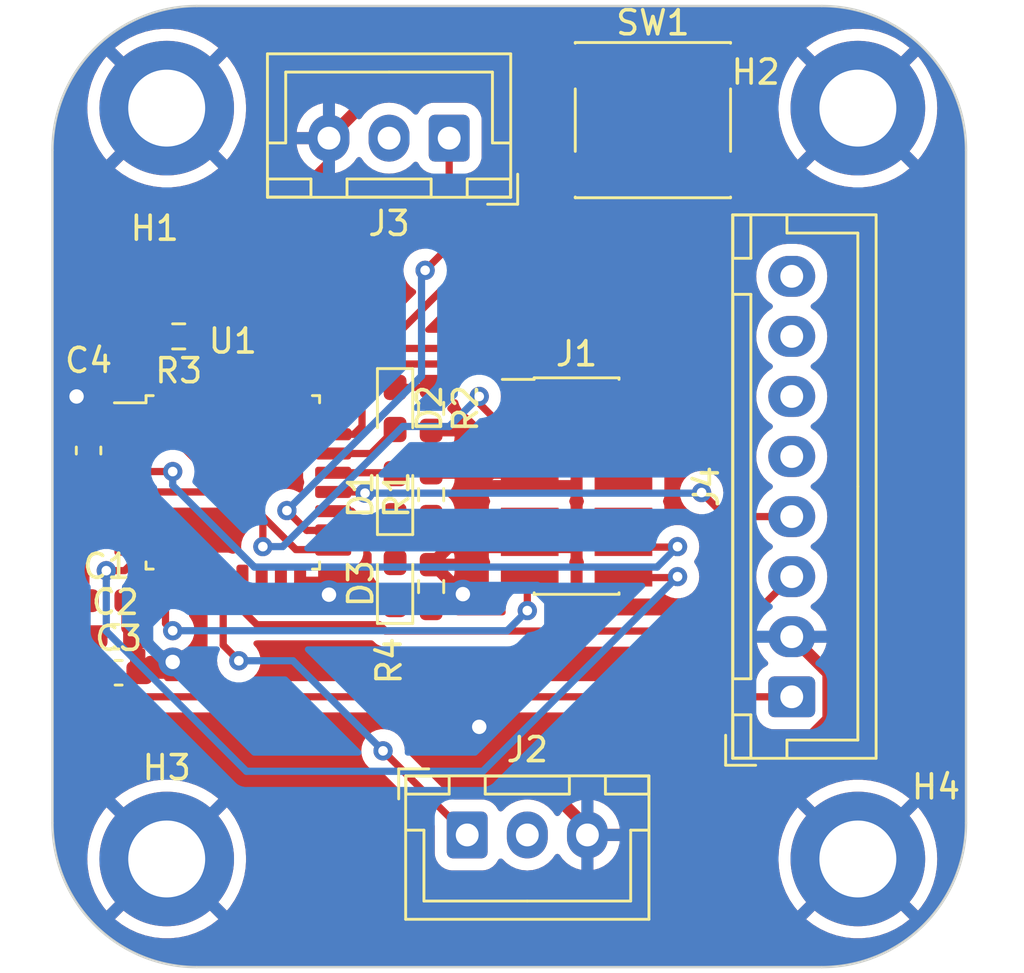
<source format=kicad_pcb>
(kicad_pcb (version 20221018) (generator pcbnew)
  (layers (0 "F.Cu" signal) (31 "B.Cu" signal) (34 "B.Paste" user) (35 "F.Paste" user) (36 "B.SilkS" user "B.Silkscreen") (37 "F.SilkS" user "F.Silkscreen") (38 "B.Mask" user) (39 "F.Mask" user) (44 "Edge.Cuts" user))
  (net 0 "")
  (net 1 "+3.3V")
  (net 2 "GND")
  (net 3 "BOUTON_RESET")
  (net 4 "Net-(D1-K)")
  (net 5 "LED_PWR")
  (net 6 "Net-(D2-K)")
  (net 7 "LED_USER1")
  (net 8 "Net-(D3-K)")
  (net 9 "LED_USER2")
  (net 12 "SWDIO")
  (net 13 "SWDCK")
  (net 17 "USART2_RX")
  (net 18 "USART2_TX")
  (net 19 "ESC1")
  (net 21 "ESC2")
  (net 23 "SCL")
  (net 24 "SDA")
  (net 29 "Net-(U1-PB7)")
  (net 42 "BOUTON_USR")
  (footprint "MountingHole:MountingHole_3.2mm_M3_DIN965_Pad" (layer "F.Cu") (at 158.75 104.25)
    (fp_text reference "H2" (at -4.25 -1.5) (layer "F.SilkS"))
    (fp_text value "MountingHole_Pad")
    (pad "1" thru_hole circle (at 0 0) (size 5.6 5.6) (drill 3.2) (layers "*.Cu" "*.Mask") (net 2 "GND"))
  )
  (footprint "Connector_JST:JST_XH_B8B-XH-A_1x08_P2.50mm_Vertical" (layer "F.Cu") (at 156 128.75 90)
    (fp_text reference "J4" (at 8.75 -3.55 90) (layer "F.SilkS"))
    (fp_text value "Conn_01x08")
    (fp_line (start -2.85 -2.75) (end -2.85 -1.5) (stroke (width 0.12)) (layer "F.SilkS"))
    (fp_line (start -2.56 -2.46) (end -2.56 3.51) (stroke (width 0.12)) (layer "F.SilkS"))
    (fp_line (start -2.56 3.51) (end 20.06 3.51) (stroke (width 0.12)) (layer "F.SilkS"))
    (fp_line (start -2.55 -2.45) (end -2.55 -1.7) (stroke (width 0.12)) (layer "F.SilkS"))
    (fp_line (start -2.55 -1.7) (end -0.75 -1.7) (stroke (width 0.12)) (layer "F.SilkS"))
    (fp_line (start -2.55 -0.2) (end -1.8 -0.2) (stroke (width 0.12)) (layer "F.SilkS"))
    (fp_line (start -1.8 -0.2) (end -1.8 2.75) (stroke (width 0.12)) (layer "F.SilkS"))
    (fp_line (start -1.8 2.75) (end 8.75 2.75) (stroke (width 0.12)) (layer "F.SilkS"))
    (fp_line (start -1.6 -2.75) (end -2.85 -2.75) (stroke (width 0.12)) (layer "F.SilkS"))
    (fp_line (start -0.75 -2.45) (end -2.55 -2.45) (stroke (width 0.12)) (layer "F.SilkS"))
    (fp_line (start -0.75 -1.7) (end -0.75 -2.45) (stroke (width 0.12)) (layer "F.SilkS"))
    (fp_line (start 0.75 -2.45) (end 0.75 -1.7) (stroke (width 0.12)) (layer "F.SilkS"))
    (fp_line (start 0.75 -1.7) (end 16.75 -1.7) (stroke (width 0.12)) (layer "F.SilkS"))
    (fp_line (start 16.75 -2.45) (end 0.75 -2.45) (stroke (width 0.12)) (layer "F.SilkS"))
    (fp_line (start 16.75 -1.7) (end 16.75 -2.45) (stroke (width 0.12)) (layer "F.SilkS"))
    (fp_line (start 18.25 -2.45) (end 18.25 -1.7) (stroke (width 0.12)) (layer "F.SilkS"))
    (fp_line (start 18.25 -1.7) (end 20.05 -1.7) (stroke (width 0.12)) (layer "F.SilkS"))
    (fp_line (start 19.3 -0.2) (end 19.3 2.75) (stroke (width 0.12)) (layer "F.SilkS"))
    (fp_line (start 19.3 2.75) (end 8.75 2.75) (stroke (width 0.12)) (layer "F.SilkS"))
    (fp_line (start 20.05 -2.45) (end 18.25 -2.45) (stroke (width 0.12)) (layer "F.SilkS"))
    (fp_line (start 20.05 -1.7) (end 20.05 -2.45) (stroke (width 0.12)) (layer "F.SilkS"))
    (fp_line (start 20.05 -0.2) (end 19.3 -0.2) (stroke (width 0.12)) (layer "F.SilkS"))
    (fp_line (start 20.06 -2.46) (end -2.56 -2.46) (stroke (width 0.12)) (layer "F.SilkS"))
    (fp_line (start 20.06 3.51) (end 20.06 -2.46) (stroke (width 0.12)) (layer "F.SilkS"))
    (pad "1" thru_hole roundrect (at 0 0 90) (size 1.7 1.95) (drill 0.95) (layers "*.Cu" "*.Mask") (roundrect_rratio 0.147059) (net 1 "+3.3V"))
    (pad "2" thru_hole oval (at 2.5 0 90) (size 1.7 1.95) (drill 0.95) (layers "*.Cu" "*.Mask") (net 2 "GND"))
    (pad "3" thru_hole oval (at 5 0 90) (size 1.7 1.95) (drill 0.95) (layers "*.Cu" "*.Mask") (net 23 "SCL"))
    (pad "4" thru_hole oval (at 7.5 0 90) (size 1.7 1.95) (drill 0.95) (layers "*.Cu" "*.Mask") (net 24 "SDA"))
    (pad "5" thru_hole oval (at 10 0 90) (size 1.7 1.95) (drill 0.95) (layers "*.Cu" "*.Mask"))
    (pad "6" thru_hole oval (at 12.5 0 90) (size 1.7 1.95) (drill 0.95) (layers "*.Cu" "*.Mask"))
    (pad "7" thru_hole oval (at 15 0 90) (size 1.7 1.95) (drill 0.95) (layers "*.Cu" "*.Mask"))
    (pad "8" thru_hole oval (at 17.5 0 90) (size 1.7 1.95) (drill 0.95) (layers "*.Cu" "*.Mask"))
  )
  (footprint "Resistor_SMD:R_0603_1608Metric_Pad0.98x0.95mm_HandSolder" (layer "F.Cu") (at 141 124.1625 90)
    (fp_text reference "R4" (at -3.0875 -1.75 90) (layer "F.SilkS"))
    (fp_text value "1k")
    (fp_line (start -0.254724 -0.5225) (end 0.254724 -0.5225) (stroke (width 0.12)) (layer "F.SilkS"))
    (fp_line (start -0.254724 0.5225) (end 0.254724 0.5225) (stroke (width 0.12)) (layer "F.SilkS"))
    (pad "1" smd roundrect (at -0.9125 0 90) (size 0.975 0.95) (layers "F.Cu" "F.Paste" "F.Mask") (net 8 "Net-(D3-K)"))
    (pad "2" smd roundrect (at 0.9125 0 90) (size 0.975 0.95) (layers "F.Cu" "F.Paste" "F.Mask") (net 2 "GND"))
  )
  (footprint "LED_SMD:LED_0603_1608Metric_Pad1.05x0.95mm_HandSolder" (layer "F.Cu") (at 139.5 116.75 -90)
    (fp_text reference "D2" (at 0 -1.43 90) (layer "F.SilkS"))
    (fp_text value "LED_Small")
    (fp_line (start -1.66 -0.735) (end -1.66 0.735) (stroke (width 0.12)) (layer "F.SilkS"))
    (fp_line (start -1.66 0.735) (end 0.8 0.735) (stroke (width 0.12)) (layer "F.SilkS"))
    (fp_line (start 0.8 -0.735) (end -1.66 -0.735) (stroke (width 0.12)) (layer "F.SilkS"))
    (pad "1" smd roundrect (at -0.875 0 270) (size 1.05 0.95) (layers "F.Cu" "F.Paste" "F.Mask") (net 6 "Net-(D2-K)"))
    (pad "2" smd roundrect (at 0.875 0 270) (size 1.05 0.95) (layers "F.Cu" "F.Paste" "F.Mask") (net 7 "LED_USER1"))
  )
  (footprint "MountingHole:MountingHole_3.2mm_M3_DIN965_Pad" (layer "F.Cu") (at 158.75 135.5)
    (fp_text reference "H4" (at 3.25 -3) (layer "F.SilkS"))
    (fp_text value "MountingHole_Pad")
    (pad "1" thru_hole circle (at 0 0) (size 5.6 5.6) (drill 3.2) (layers "*.Cu" "*.Mask") (net 2 "GND"))
  )
  (footprint "Connector_PinHeader_1.27mm:PinHeader_2x07_P1.27mm_Vertical_SMD" (layer "F.Cu") (at 147.05 119.98)
    (fp_text reference "J1" (at 0 -5.505) (layer "F.SilkS"))
    (fp_text value "Conn_02x07_Odd_Even")
    (fp_line (start -3.09 -4.44) (end -1.765 -4.44) (stroke (width 0.12)) (layer "F.SilkS"))
    (fp_line (start -1.765 -4.505) (end -1.765 -4.44) (stroke (width 0.12)) (layer "F.SilkS"))
    (fp_line (start -1.765 -4.505) (end 1.765 -4.505) (stroke (width 0.12)) (layer "F.SilkS"))
    (fp_line (start -1.765 4.44) (end -1.765 4.505) (stroke (width 0.12)) (layer "F.SilkS"))
    (fp_line (start -1.765 4.505) (end 1.765 4.505) (stroke (width 0.12)) (layer "F.SilkS"))
    (fp_line (start 1.765 -4.505) (end 1.765 -4.44) (stroke (width 0.12)) (layer "F.SilkS"))
    (fp_line (start 1.765 4.44) (end 1.765 4.505) (stroke (width 0.12)) (layer "F.SilkS"))
    (pad "1" smd rect (at -1.95 -3.81) (size 2.4 0.74) (layers "F.Cu" "F.Paste" "F.Mask"))
    (pad "2" smd rect (at 1.95 -3.81) (size 2.4 0.74) (layers "F.Cu" "F.Paste" "F.Mask"))
    (pad "3" smd rect (at -1.95 -2.54) (size 2.4 0.74) (layers "F.Cu" "F.Paste" "F.Mask") (net 1 "+3.3V"))
    (pad "4" smd rect (at 1.95 -2.54) (size 2.4 0.74) (layers "F.Cu" "F.Paste" "F.Mask") (net 12 "SWDIO"))
    (pad "5" smd rect (at -1.95 -1.27) (size 2.4 0.74) (layers "F.Cu" "F.Paste" "F.Mask") (net 2 "GND"))
    (pad "6" smd rect (at 1.95 -1.27) (size 2.4 0.74) (layers "F.Cu" "F.Paste" "F.Mask") (net 13 "SWDCK"))
    (pad "7" smd rect (at -1.95 0) (size 2.4 0.74) (layers "F.Cu" "F.Paste" "F.Mask") (net 2 "GND"))
    (pad "8" smd rect (at 1.95 0) (size 2.4 0.74) (layers "F.Cu" "F.Paste" "F.Mask"))
    (pad "9" smd rect (at -1.95 1.27) (size 2.4 0.74) (layers "F.Cu" "F.Paste" "F.Mask"))
    (pad "10" smd rect (at 1.95 1.27) (size 2.4 0.74) (layers "F.Cu" "F.Paste" "F.Mask"))
    (pad "11" smd rect (at -1.95 2.54) (size 2.4 0.74) (layers "F.Cu" "F.Paste" "F.Mask") (net 2 "GND"))
    (pad "12" smd rect (at 1.95 2.54) (size 2.4 0.74) (layers "F.Cu" "F.Paste" "F.Mask") (net 3 "BOUTON_RESET"))
    (pad "13" smd rect (at -1.95 3.81) (size 2.4 0.74) (layers "F.Cu" "F.Paste" "F.Mask") (net 17 "USART2_RX"))
    (pad "14" smd rect (at 1.95 3.81) (size 2.4 0.74) (layers "F.Cu" "F.Paste" "F.Mask") (net 18 "USART2_TX"))
  )
  (footprint "Resistor_SMD:R_0603_1608Metric_Pad0.98x0.95mm_HandSolder" (layer "F.Cu") (at 141 120.3375 90)
    (fp_text reference "R1" (at 0 -1.43 90) (layer "F.SilkS"))
    (fp_text value "1k")
    (fp_line (start -0.254724 -0.5225) (end 0.254724 -0.5225) (stroke (width 0.12)) (layer "F.SilkS"))
    (fp_line (start -0.254724 0.5225) (end 0.254724 0.5225) (stroke (width 0.12)) (layer "F.SilkS"))
    (pad "1" smd roundrect (at -0.9125 0 90) (size 0.975 0.95) (layers "F.Cu" "F.Paste" "F.Mask") (net 4 "Net-(D1-K)"))
    (pad "2" smd roundrect (at 0.9125 0 90) (size 0.975 0.95) (layers "F.Cu" "F.Paste" "F.Mask") (net 2 "GND"))
  )
  (footprint "Button_Switch_SMD:SW_Push_1P1T_NO_6x6mm_H9.5mm" (layer "F.Cu") (at 150.225 104.75)
    (fp_text reference "SW1" (at 0 -4.05) (layer "F.SilkS"))
    (fp_text value "SW_Push")
    (fp_line (start -3.23 -3.23) (end 3.23 -3.23) (stroke (width 0.12)) (layer "F.SilkS"))
    (fp_line (start -3.23 -3.2) (end -3.23 -3.23) (stroke (width 0.12)) (layer "F.SilkS"))
    (fp_line (start -3.23 -1.3) (end -3.23 1.3) (stroke (width 0.12)) (layer "F.SilkS"))
    (fp_line (start -3.23 3.23) (end -3.23 3.2) (stroke (width 0.12)) (layer "F.SilkS"))
    (fp_line (start -3.23 3.23) (end 3.23 3.23) (stroke (width 0.12)) (layer "F.SilkS"))
    (fp_line (start 3.23 -3.23) (end 3.23 -3.2) (stroke (width 0.12)) (layer "F.SilkS"))
    (fp_line (start 3.23 -1.3) (end 3.23 1.3) (stroke (width 0.12)) (layer "F.SilkS"))
    (fp_line (start 3.23 3.23) (end 3.23 3.2) (stroke (width 0.12)) (layer "F.SilkS"))
    (pad "1" smd rect (at -3.975 -2.25) (size 1.55 1.3) (layers "F.Cu" "F.Paste" "F.Mask") (net 2 "GND"))
    (pad "1" smd rect (at 3.975 -2.25) (size 1.55 1.3) (layers "F.Cu" "F.Paste" "F.Mask") (net 2 "GND"))
    (pad "2" smd rect (at -3.975 2.25) (size 1.55 1.3) (layers "F.Cu" "F.Paste" "F.Mask") (net 42 "BOUTON_USR"))
    (pad "2" smd rect (at 3.975 2.25) (size 1.55 1.3) (layers "F.Cu" "F.Paste" "F.Mask") (net 42 "BOUTON_USR"))
  )
  (footprint "Resistor_SMD:R_0603_1608Metric_Pad0.98x0.95mm_HandSolder" (layer "F.Cu") (at 130.5 113.75 180)
    (fp_text reference "R3" (at 0 -1.43) (layer "F.SilkS"))
    (fp_text value "100K")
    (fp_line (start -0.254724 -0.5225) (end 0.254724 -0.5225) (stroke (width 0.12)) (layer "F.SilkS"))
    (fp_line (start -0.254724 0.5225) (end 0.254724 0.5225) (stroke (width 0.12)) (layer "F.SilkS"))
    (pad "1" smd roundrect (at -0.9125 0 180) (size 0.975 0.95) (layers "F.Cu" "F.Paste" "F.Mask") (net 29 "Net-(U1-PB7)"))
    (pad "2" smd roundrect (at 0.9125 0 180) (size 0.975 0.95) (layers "F.Cu" "F.Paste" "F.Mask") (net 2 "GND"))
  )
  (footprint "Capacitor_SMD:C_0603_1608Metric_Pad1.08x0.95mm_HandSolder" (layer "F.Cu") (at 127.8625 126.25)
    (fp_text reference "C2" (at 0 -1.43) (layer "F.SilkS"))
    (fp_text value "100n")
    (fp_line (start -0.146267 -0.51) (end 0.146267 -0.51) (stroke (width 0.12)) (layer "F.SilkS"))
    (fp_line (start -0.146267 0.51) (end 0.146267 0.51) (stroke (width 0.12)) (layer "F.SilkS"))
    (pad "1" smd roundrect (at -0.8625 0) (size 1.075 0.95) (layers "F.Cu" "F.Paste" "F.Mask") (net 1 "+3.3V"))
    (pad "2" smd roundrect (at 0.8625 0) (size 1.075 0.95) (layers "F.Cu" "F.Paste" "F.Mask") (net 2 "GND"))
  )
  (footprint "Capacitor_SMD:C_0603_1608Metric_Pad1.08x0.95mm_HandSolder" (layer "F.Cu") (at 126.75 118.5 90)
    (fp_text reference "C4" (at 3.75 0 180) (layer "F.SilkS"))
    (fp_text value "100n")
    (fp_line (start -0.146267 -0.51) (end 0.146267 -0.51) (stroke (width 0.12)) (layer "F.SilkS"))
    (fp_line (start -0.146267 0.51) (end 0.146267 0.51) (stroke (width 0.12)) (layer "F.SilkS"))
    (pad "1" smd roundrect (at -0.8625 0 90) (size 1.075 0.95) (layers "F.Cu" "F.Paste" "F.Mask") (net 3 "BOUTON_RESET"))
    (pad "2" smd roundrect (at 0.8625 0 90) (size 1.075 0.95) (layers "F.Cu" "F.Paste" "F.Mask") (net 2 "GND"))
  )
  (footprint "Connector_JST:JST_XH_B3B-XH-A_1x03_P2.50mm_Vertical" (layer "F.Cu") (at 141.75 105.5 180)
    (fp_text reference "J3" (at 2.5 -3.55) (layer "F.SilkS"))
    (fp_text value "Conn_01x03")
    (fp_line (start -2.85 -2.75) (end -2.85 -1.5) (stroke (width 0.12)) (layer "F.SilkS"))
    (fp_line (start -2.56 -2.46) (end -2.56 3.51) (stroke (width 0.12)) (layer "F.SilkS"))
    (fp_line (start -2.56 3.51) (end 7.56 3.51) (stroke (width 0.12)) (layer "F.SilkS"))
    (fp_line (start -2.55 -2.45) (end -2.55 -1.7) (stroke (width 0.12)) (layer "F.SilkS"))
    (fp_line (start -2.55 -1.7) (end -0.75 -1.7) (stroke (width 0.12)) (layer "F.SilkS"))
    (fp_line (start -2.55 -0.2) (end -1.8 -0.2) (stroke (width 0.12)) (layer "F.SilkS"))
    (fp_line (start -1.8 -0.2) (end -1.8 2.75) (stroke (width 0.12)) (layer "F.SilkS"))
    (fp_line (start -1.8 2.75) (end 2.5 2.75) (stroke (width 0.12)) (layer "F.SilkS"))
    (fp_line (start -1.6 -2.75) (end -2.85 -2.75) (stroke (width 0.12)) (layer "F.SilkS"))
    (fp_line (start -0.75 -2.45) (end -2.55 -2.45) (stroke (width 0.12)) (layer "F.SilkS"))
    (fp_line (start -0.75 -1.7) (end -0.75 -2.45) (stroke (width 0.12)) (layer "F.SilkS"))
    (fp_line (start 0.75 -2.45) (end 0.75 -1.7) (stroke (width 0.12)) (layer "F.SilkS"))
    (fp_line (start 0.75 -1.7) (end 4.25 -1.7) (stroke (width 0.12)) (layer "F.SilkS"))
    (fp_line (start 4.25 -2.45) (end 0.75 -2.45) (stroke (width 0.12)) (layer "F.SilkS"))
    (fp_line (start 4.25 -1.7) (end 4.25 -2.45) (stroke (width 0.12)) (layer "F.SilkS"))
    (fp_line (start 5.75 -2.45) (end 5.75 -1.7) (stroke (width 0.12)) (layer "F.SilkS"))
    (fp_line (start 5.75 -1.7) (end 7.55 -1.7) (stroke (width 0.12)) (layer "F.SilkS"))
    (fp_line (start 6.8 -0.2) (end 6.8 2.75) (stroke (width 0.12)) (layer "F.SilkS"))
    (fp_line (start 6.8 2.75) (end 2.5 2.75) (stroke (width 0.12)) (layer "F.SilkS"))
    (fp_line (start 7.55 -2.45) (end 5.75 -2.45) (stroke (width 0.12)) (layer "F.SilkS"))
    (fp_line (start 7.55 -1.7) (end 7.55 -2.45) (stroke (width 0.12)) (layer "F.SilkS"))
    (fp_line (start 7.55 -0.2) (end 6.8 -0.2) (stroke (width 0.12)) (layer "F.SilkS"))
    (fp_line (start 7.56 -2.46) (end -2.56 -2.46) (stroke (width 0.12)) (layer "F.SilkS"))
    (fp_line (start 7.56 3.51) (end 7.56 -2.46) (stroke (width 0.12)) (layer "F.SilkS"))
    (pad "1" thru_hole roundrect (at 0 0 180) (size 1.7 1.95) (drill 0.95) (layers "*.Cu" "*.Mask") (roundrect_rratio 0.147059) (net 21 "ESC2"))
    (pad "2" thru_hole oval (at 2.5 0 180) (size 1.7 1.95) (drill 0.95) (layers "*.Cu" "*.Mask"))
    (pad "3" thru_hole oval (at 5 0 180) (size 1.7 1.95) (drill 0.95) (layers "*.Cu" "*.Mask") (net 2 "GND"))
  )
  (footprint "Connector_JST:JST_XH_B3B-XH-A_1x03_P2.50mm_Vertical" (layer "F.Cu") (at 142.5 134.5)
    (fp_text reference "J2" (at 2.5 -3.55) (layer "F.SilkS"))
    (fp_text value "Conn_01x03")
    (fp_line (start -2.85 -2.75) (end -2.85 -1.5) (stroke (width 0.12)) (layer "F.SilkS"))
    (fp_line (start -2.56 -2.46) (end -2.56 3.51) (stroke (width 0.12)) (layer "F.SilkS"))
    (fp_line (start -2.56 3.51) (end 7.56 3.51) (stroke (width 0.12)) (layer "F.SilkS"))
    (fp_line (start -2.55 -2.45) (end -2.55 -1.7) (stroke (width 0.12)) (layer "F.SilkS"))
    (fp_line (start -2.55 -1.7) (end -0.75 -1.7) (stroke (width 0.12)) (layer "F.SilkS"))
    (fp_line (start -2.55 -0.2) (end -1.8 -0.2) (stroke (width 0.12)) (layer "F.SilkS"))
    (fp_line (start -1.8 -0.2) (end -1.8 2.75) (stroke (width 0.12)) (layer "F.SilkS"))
    (fp_line (start -1.8 2.75) (end 2.5 2.75) (stroke (width 0.12)) (layer "F.SilkS"))
    (fp_line (start -1.6 -2.75) (end -2.85 -2.75) (stroke (width 0.12)) (layer "F.SilkS"))
    (fp_line (start -0.75 -2.45) (end -2.55 -2.45) (stroke (width 0.12)) (layer "F.SilkS"))
    (fp_line (start -0.75 -1.7) (end -0.75 -2.45) (stroke (width 0.12)) (layer "F.SilkS"))
    (fp_line (start 0.75 -2.45) (end 0.75 -1.7) (stroke (width 0.12)) (layer "F.SilkS"))
    (fp_line (start 0.75 -1.7) (end 4.25 -1.7) (stroke (width 0.12)) (layer "F.SilkS"))
    (fp_line (start 4.25 -2.45) (end 0.75 -2.45) (stroke (width 0.12)) (layer "F.SilkS"))
    (fp_line (start 4.25 -1.7) (end 4.25 -2.45) (stroke (width 0.12)) (layer "F.SilkS"))
    (fp_line (start 5.75 -2.45) (end 5.75 -1.7) (stroke (width 0.12)) (layer "F.SilkS"))
    (fp_line (start 5.75 -1.7) (end 7.55 -1.7) (stroke (width 0.12)) (layer "F.SilkS"))
    (fp_line (start 6.8 -0.2) (end 6.8 2.75) (stroke (width 0.12)) (layer "F.SilkS"))
    (fp_line (start 6.8 2.75) (end 2.5 2.75) (stroke (width 0.12)) (layer "F.SilkS"))
    (fp_line (start 7.55 -2.45) (end 5.75 -2.45) (stroke (width 0.12)) (layer "F.SilkS"))
    (fp_line (start 7.55 -1.7) (end 7.55 -2.45) (stroke (width 0.12)) (layer "F.SilkS"))
    (fp_line (start 7.55 -0.2) (end 6.8 -0.2) (stroke (width 0.12)) (layer "F.SilkS"))
    (fp_line (start 7.56 -2.46) (end -2.56 -2.46) (stroke (width 0.12)) (layer "F.SilkS"))
    (fp_line (start 7.56 3.51) (end 7.56 -2.46) (stroke (width 0.12)) (layer "F.SilkS"))
    (pad "1" thru_hole roundrect (at 0 0) (size 1.7 1.95) (drill 0.95) (layers "*.Cu" "*.Mask") (roundrect_rratio 0.147059) (net 19 "ESC1"))
    (pad "2" thru_hole oval (at 2.5 0) (size 1.7 1.95) (drill 0.95) (layers "*.Cu" "*.Mask"))
    (pad "3" thru_hole oval (at 5 0) (size 1.7 1.95) (drill 0.95) (layers "*.Cu" "*.Mask") (net 2 "GND"))
  )
  (footprint "Resistor_SMD:R_0603_1608Metric_Pad0.98x0.95mm_HandSolder" (layer "F.Cu") (at 141 116.75 -90)
    (fp_text reference "R2" (at 0 -1.43 90) (layer "F.SilkS"))
    (fp_text value "1k")
    (fp_line (start -0.254724 -0.5225) (end 0.254724 -0.5225) (stroke (width 0.12)) (layer "F.SilkS"))
    (fp_line (start -0.254724 0.5225) (end 0.254724 0.5225) (stroke (width 0.12)) (layer "F.SilkS"))
    (pad "1" smd roundrect (at -0.9125 0 270) (size 0.975 0.95) (layers "F.Cu" "F.Paste" "F.Mask") (net 6 "Net-(D2-K)"))
    (pad "2" smd roundrect (at 0.9125 0 270) (size 0.975 0.95) (layers "F.Cu" "F.Paste" "F.Mask") (net 2 "GND"))
  )
  (footprint "MountingHole:MountingHole_3.2mm_M3_DIN965_Pad" (layer "F.Cu") (at 130 135.5)
    (fp_text reference "H3" (at 0 -3.8) (layer "F.SilkS"))
    (fp_text value "MountingHole_Pad")
    (pad "1" thru_hole circle (at 0 0) (size 5.6 5.6) (drill 3.2) (layers "*.Cu" "*.Mask") (net 2 "GND"))
  )
  (footprint "MountingHole:MountingHole_3.2mm_M3_DIN965_Pad" (layer "F.Cu") (at 130 104.25)
    (fp_text reference "H1" (at -0.5 5) (layer "F.SilkS"))
    (fp_text value "MountingHole_Pad")
    (pad "1" thru_hole circle (at 0 0) (size 5.6 5.6) (drill 3.2) (layers "*.Cu" "*.Mask") (net 2 "GND"))
  )
  (footprint "Capacitor_SMD:C_0603_1608Metric_Pad1.08x0.95mm_HandSolder" (layer "F.Cu") (at 127.5 124.75)
    (fp_text reference "C1" (at 0 -1.43) (layer "F.SilkS"))
    (fp_text value "4u7")
    (fp_line (start -0.146267 -0.51) (end 0.146267 -0.51) (stroke (width 0.12)) (layer "F.SilkS"))
    (fp_line (start -0.146267 0.51) (end 0.146267 0.51) (stroke (width 0.12)) (layer "F.SilkS"))
    (pad "1" smd roundrect (at -0.8625 0) (size 1.075 0.95) (layers "F.Cu" "F.Paste" "F.Mask") (net 1 "+3.3V"))
    (pad "2" smd roundrect (at 0.8625 0) (size 1.075 0.95) (layers "F.Cu" "F.Paste" "F.Mask") (net 2 "GND"))
  )
  (footprint "Package_QFP:LQFP-32_7x7mm_P0.8mm" (layer "F.Cu") (at 132.75 119.825)
    (fp_text reference "U1" (at 0 -5.88) (layer "F.SilkS"))
    (fp_text value "STM32L412KBTx")
    (fp_line (start -3.61 -3.61) (end -3.61 -3.31) (stroke (width 0.12)) (layer "F.SilkS"))
    (fp_line (start -3.61 -3.31) (end -4.925 -3.31) (stroke (width 0.12)) (layer "F.SilkS"))
    (fp_line (start -3.61 3.61) (end -3.61 3.31) (stroke (width 0.12)) (layer "F.SilkS"))
    (fp_line (start -3.31 -3.61) (end -3.61 -3.61) (stroke (width 0.12)) (layer "F.SilkS"))
    (fp_line (start -3.31 3.61) (end -3.61 3.61) (stroke (width 0.12)) (layer "F.SilkS"))
    (fp_line (start 3.31 -3.61) (end 3.61 -3.61) (stroke (width 0.12)) (layer "F.SilkS"))
    (fp_line (start 3.31 3.61) (end 3.61 3.61) (stroke (width 0.12)) (layer "F.SilkS"))
    (fp_line (start 3.61 -3.61) (end 3.61 -3.31) (stroke (width 0.12)) (layer "F.SilkS"))
    (fp_line (start 3.61 3.61) (end 3.61 3.31) (stroke (width 0.12)) (layer "F.SilkS"))
    (pad "1" smd roundrect (at -4.175 -2.8) (size 1.5 0.5) (layers "F.Cu" "F.Paste" "F.Mask") (net 1 "+3.3V"))
    (pad "2" smd roundrect (at -4.175 -2) (size 1.5 0.5) (layers "F.Cu" "F.Paste" "F.Mask"))
    (pad "3" smd roundrect (at -4.175 -1.2) (size 1.5 0.5) (layers "F.Cu" "F.Paste" "F.Mask"))
    (pad "4" smd roundrect (at -4.175 -0.4) (size 1.5 0.5) (layers "F.Cu" "F.Paste" "F.Mask") (net 3 "BOUTON_RESET"))
    (pad "5" smd roundrect (at -4.175 0.4) (size 1.5 0.5) (layers "F.Cu" "F.Paste" "F.Mask") (net 1 "+3.3V"))
    (pad "6" smd roundrect (at -4.175 1.2) (size 1.5 0.5) (layers "F.Cu" "F.Paste" "F.Mask"))
    (pad "7" smd roundrect (at -4.175 2) (size 1.5 0.5) (layers "F.Cu" "F.Paste" "F.Mask"))
    (pad "8" smd roundrect (at -4.175 2.8) (size 1.5 0.5) (layers "F.Cu" "F.Paste" "F.Mask") (net 18 "USART2_TX"))
    (pad "9" smd roundrect (at -2.8 4.175) (size 0.5 1.5) (layers "F.Cu" "F.Paste" "F.Mask") (net 17 "USART2_RX"))
    (pad "10" smd roundrect (at -2 4.175) (size 0.5 1.5) (layers "F.Cu" "F.Paste" "F.Mask"))
    (pad "11" smd roundrect (at -1.2 4.175) (size 0.5 1.5) (layers "F.Cu" "F.Paste" "F.Mask"))
    (pad "12" smd roundrect (at -0.4 4.175) (size 0.5 1.5) (layers "F.Cu" "F.Paste" "F.Mask") (net 19 "ESC1"))
    (pad "13" smd roundrect (at 0.4 4.175) (size 0.5 1.5) (layers "F.Cu" "F.Paste" "F.Mask") (net 23 "SCL"))
    (pad "14" smd roundrect (at 1.2 4.175) (size 0.5 1.5) (layers "F.Cu" "F.Paste" "F.Mask"))
    (pad "15" smd roundrect (at 2 4.175) (size 0.5 1.5) (layers "F.Cu" "F.Paste" "F.Mask"))
    (pad "16" smd roundrect (at 2.8 4.175) (size 0.5 1.5) (layers "F.Cu" "F.Paste" "F.Mask") (net 2 "GND"))
    (pad "17" smd roundrect (at 4.175 2.8) (size 1.5 0.5) (layers "F.Cu" "F.Paste" "F.Mask") (net 1 "+3.3V"))
    (pad "18" smd roundrect (at 4.175 2) (size 1.5 0.5) (layers "F.Cu" "F.Paste" "F.Mask") (net 21 "ESC2"))
    (pad "19" smd roundrect (at 4.175 1.2) (size 1.5 0.5) (layers "F.Cu" "F.Paste" "F.Mask") (net 9 "LED_USER2"))
    (pad "20" smd roundrect (at 4.175 0.4) (size 1.5 0.5) (layers "F.Cu" "F.Paste" "F.Mask") (net 24 "SDA"))
    (pad "21" smd roundrect (at 4.175 -0.4) (size 1.5 0.5) (layers "F.Cu" "F.Paste" "F.Mask") (net 5 "LED_PWR"))
    (pad "22" smd roundrect (at 4.175 -1.2) (size 1.5 0.5) (layers "F.Cu" "F.Paste" "F.Mask") (net 7 "LED_USER1"))
    (pad "23" smd roundrect (at 4.175 -2) (size 1.5 0.5) (layers "F.Cu" "F.Paste" "F.Mask") (net 12 "SWDIO"))
    (pad "24" smd roundrect (at 4.175 -2.8) (size 1.5 0.5) (layers "F.Cu" "F.Paste" "F.Mask") (net 13 "SWDCK"))
    (pad "25" smd roundrect (at 2.8 -4.175) (size 0.5 1.5) (layers "F.Cu" "F.Paste" "F.Mask"))
    (pad "26" smd roundrect (at 2 -4.175) (size 0.5 1.5) (layers "F.Cu" "F.Paste" "F.Mask"))
    (pad "27" smd roundrect (at 1.2 -4.175) (size 0.5 1.5) (layers "F.Cu" "F.Paste" "F.Mask"))
    (pad "28" smd roundrect (at 0.4 -4.175) (size 0.5 1.5) (layers "F.Cu" "F.Paste" "F.Mask"))
    (pad "29" smd roundrect (at -0.4 -4.175) (size 0.5 1.5) (layers "F.Cu" "F.Paste" "F.Mask") (net 42 "BOUTON_USR"))
    (pad "30" smd roundrect (at -1.2 -4.175) (size 0.5 1.5) (layers "F.Cu" "F.Paste" "F.Mask") (net 29 "Net-(U1-PB7)"))
    (pad "31" smd roundrect (at -2 -4.175) (size 0.5 1.5) (layers "F.Cu" "F.Paste" "F.Mask"))
    (pad "32" smd roundrect (at -2.8 -4.175) (size 0.5 1.5) (layers "F.Cu" "F.Paste" "F.Mask") (net 2 "GND"))
  )
  (footprint "Capacitor_SMD:C_0603_1608Metric_Pad1.08x0.95mm_HandSolder" (layer "F.Cu") (at 128 127.75)
    (fp_text reference "C3" (at 0 -1.43) (layer "F.SilkS"))
    (fp_text value "100n")
    (fp_line (start -0.146267 -0.51) (end 0.146267 -0.51) (stroke (width 0.12)) (layer "F.SilkS"))
    (fp_line (start -0.146267 0.51) (end 0.146267 0.51) (stroke (width 0.12)) (layer "F.SilkS"))
    (pad "1" smd roundrect (at -0.8625 0) (size 1.075 0.95) (layers "F.Cu" "F.Paste" "F.Mask") (net 1 "+3.3V"))
    (pad "2" smd roundrect (at 0.8625 0) (size 1.075 0.95) (layers "F.Cu" "F.Paste" "F.Mask") (net 2 "GND"))
  )
  (footprint "LED_SMD:LED_0603_1608Metric_Pad1.05x0.95mm_HandSolder" (layer "F.Cu") (at 139.5 124.0375 90)
    (fp_text reference "D3" (at 0 -1.43 90) (layer "F.SilkS"))
    (fp_text value "LED_Small")
    (fp_line (start -1.66 -0.735) (end -1.66 0.735) (stroke (width 0.12)) (layer "F.SilkS"))
    (fp_line (start -1.66 0.735) (end 0.8 0.735) (stroke (width 0.12)) (layer "F.SilkS"))
    (fp_line (start 0.8 -0.735) (end -1.66 -0.735) (stroke (width 0.12)) (layer "F.SilkS"))
    (pad "1" smd roundrect (at -0.875 0 90) (size 1.05 0.95) (layers "F.Cu" "F.Paste" "F.Mask") (net 8 "Net-(D3-K)"))
    (pad "2" smd roundrect (at 0.875 0 90) (size 1.05 0.95) (layers "F.Cu" "F.Paste" "F.Mask") (net 9 "LED_USER2"))
  )
  (footprint "LED_SMD:LED_0603_1608Metric_Pad1.05x0.95mm_HandSolder" (layer "F.Cu") (at 139.5 120.3375 90)
    (fp_text reference "D1" (at 0 -1.43 90) (layer "F.SilkS"))
    (fp_text value "LED_Small")
    (fp_line (start -1.66 -0.735) (end -1.66 0.735) (stroke (width 0.12)) (layer "F.SilkS"))
    (fp_line (start -1.66 0.735) (end 0.8 0.735) (stroke (width 0.12)) (layer "F.SilkS"))
    (fp_line (start 0.8 -0.735) (end -1.66 -0.735) (stroke (width 0.12)) (layer "F.SilkS"))
    (pad "1" smd roundrect (at -0.875 0 90) (size 1.05 0.95) (layers "F.Cu" "F.Paste" "F.Mask") (net 4 "Net-(D1-K)"))
    (pad "2" smd roundrect (at 0.875 0 90) (size 1.05 0.95) (layers "F.Cu" "F.Paste" "F.Mask") (net 5 "LED_PWR"))
  )
  (gr_arc (start 157.25 100) (mid 161.492641 101.757359) (end 163.25 106) (stroke (width 0.1)) (layer "Edge.Cuts"))
  (gr_line (start 131.25 140) (end 157.25 140) (stroke (width 0.1)) (layer "Edge.Cuts"))
  (gr_arc (start 131.25 140) (mid 127.007359 138.242641) (end 125.25 134) (stroke (width 0.1)) (layer "Edge.Cuts"))
  (gr_line (start 163.25 134) (end 163.25 106) (stroke (width 0.1)) (layer "Edge.Cuts"))
  (gr_line (start 125.25 106) (end 125.25 134) (stroke (width 0.1)) (layer "Edge.Cuts"))
  (gr_line (start 157.25 100) (end 131.25 100) (stroke (width 0.1)) (layer "Edge.Cuts"))
  (gr_arc (start 125.25 106) (mid 127.007359 101.757359) (end 131.25 100) (stroke (width 0.1)) (layer "Edge.Cuts"))
  (gr_arc (start 163.25 134) (mid 161.492641 138.242641) (end 157.25 140) (stroke (width 0.1)) (layer "Edge.Cuts"))
  (segment (start 129.338173 117.025) (end 132.5 120.186827) (width 0.3) (layer "F.Cu") (net 1))
  (segment (start 132.5 120.186827) (end 132.5 120.225) (width 0.3) (layer "F.Cu") (net 1))
  (segment (start 127 126.25) (end 127 127.6125) (width 0.3) (layer "F.Cu") (net 1))
  (segment (start 134 122.5) (end 134 121.25) (width 0.3) (layer "F.Cu") (net 1))
  (segment (start 126.6375 125.8875) (end 127 126.25) (width 0.3) (layer "F.Cu") (net 1))
  (segment (start 127 127.6125) (end 127.1375 127.75) (width 0.3) (layer "F.Cu") (net 1))
  (segment (start 127.1375 127.75) (end 128.1375 128.75) (width 0.3) (layer "F.Cu") (net 1))
  (segment (start 134 121.25) (end 135.375 122.625) (width 0.3) (layer "F.Cu") (net 1))
  (segment (start 126.6375 121.399327) (end 127.811827 120.225) (width 0.3) (layer "F.Cu") (net 1))
  (segment (start 132.5 120.225) (end 132.975 120.225) (width 0.3) (layer "F.Cu") (net 1))
  (segment (start 132.975 120.225) (end 134 121.25) (width 0.3) (layer "F.Cu") (net 1))
  (segment (start 143 116.25) (end 143 116.54) (width 0.3) (layer "F.Cu") (net 1))
  (segment (start 126.6375 124.75) (end 126.6375 121.399327) (width 0.3) (layer "F.Cu") (net 1))
  (segment (start 126.6375 124.75) (end 126.6375 125.8875) (width 0.3) (layer "F.Cu") (net 1))
  (segment (start 135.375 122.625) (end 136.925 122.625) (width 0.3) (layer "F.Cu") (net 1))
  (segment (start 143 116.54) (end 143.9 117.44) (width 0.3) (layer "F.Cu") (net 1))
  (segment (start 128.575 120.225) (end 132.5 120.225) (width 0.3) (layer "F.Cu") (net 1))
  (segment (start 128.575 117.025) (end 129.338173 117.025) (width 0.3) (layer "F.Cu") (net 1))
  (segment (start 128.1375 128.75) (end 156 128.75) (width 0.3) (layer "F.Cu") (net 1))
  (segment (start 143.9 117.44) (end 145.1 117.44) (width 0.3) (layer "F.Cu") (net 1))
  (segment (start 127.811827 120.225) (end 128.575 120.225) (width 0.3) (layer "F.Cu") (net 1))
  (via (at 134 122.5) (size 0.8) (drill 0.4) (layers "F.Cu" "B.Cu") (net 1))
  (via (at 143 116.25) (size 0.8) (drill 0.4) (layers "F.Cu" "B.Cu") (net 1))
  (segment (start 139.822418 117.5) (end 134.822418 122.5) (width 0.3) (layer "B.Cu") (net 1))
  (segment (start 141.75 117.5) (end 139.822418 117.5) (width 0.3) (layer "B.Cu") (net 1))
  (segment (start 143 116.25) (end 141.75 117.5) (width 0.3) (layer "B.Cu") (net 1))
  (segment (start 134.822418 122.5) (end 134 122.5) (width 0.3) (layer "B.Cu") (net 1))
  (segment (start 157.525 127.775) (end 157.525 129.681371) (width 0.5) (layer "F.Cu") (net 2))
  (segment (start 126.75 117.145406) (end 128.245406 115.65) (width 0.5) (layer "F.Cu") (net 2))
  (segment (start 126.75 117.6375) (end 126.75 117.145406) (width 0.5) (layer "F.Cu") (net 2))
  (segment (start 136.75 106.5875) (end 129.5875 113.75) (width 0.5) (layer "F.Cu") (net 2))
  (segment (start 146.25 102.5) (end 139.75 102.5) (width 0.5) (layer "F.Cu") (net 2))
  (segment (start 135.55 124) (end 136.25 124) (width 0.5) (layer "F.Cu") (net 2))
  (segment (start 141.092596 123.25) (end 142.320096 124.4775) (width 0.5) (layer "F.Cu") (net 2))
  (segment (start 136.25 124) (end 136.75 124.5) (width 0.5) (layer "F.Cu") (net 2))
  (segment (start 141 119.425) (end 141 117.6625) (width 0.5) (layer "F.Cu") (net 2))
  (segment (start 142.75 122.02) (end 142.75 120.175) (width 0.5) (layer "F.Cu") (net 2))
  (segment (start 144.545 119.425) (end 145.1 119.98) (width 0.5) (layer "F.Cu") (net 2))
  (segment (start 129.312997 127.299503) (end 128.8625 127.75) (width 0.5) (layer "F.Cu") (net 2))
  (segment (start 152.706371 134.5) (end 147.5 134.5) (width 0.5) (layer "F.Cu") (net 2))
  (segment (start 143.3 130) (end 143 130) (width 0.5) (layer "F.Cu") (net 2))
  (segment (start 146.25 102.5) (end 154.2 102.5) (width 0.5) (layer "F.Cu") (net 2))
  (segment (start 142.25 122.52) (end 142.75 122.02) (width 0.5) (layer "F.Cu") (net 2))
  (segment (start 128.725 126.25) (end 128.725 127.6125) (width 0.5) (layer "F.Cu") (net 2))
  (segment (start 157.525 129.681371) (end 152.706371 134.5) (width 0.5) (layer "F.Cu") (net 2))
  (segment (start 145.1 119.98) (end 145.1 118.71) (width 0.5) (layer "F.Cu") (net 2))
  (segment (start 141.73 122.52) (end 142.25 122.52) (width 0.5) (layer "F.Cu") (net 2))
  (segment (start 128.725 127.6125) (end 128.8625 127.75) (width 0.5) (layer "F.Cu") (net 2))
  (segment (start 128.245406 115.65) (end 129.95 115.65) (width 0.5) (layer "F.Cu") (net 2))
  (segment (start 143.5 119.425) (end 144.545 119.425) (width 0.5) (layer "F.Cu") (net 2))
  (segment (start 142.25 122.52) (end 145.1 122.52) (width 0.5) (layer "F.Cu") (net 2))
  (segment (start 141 119.425) (end 143.5 119.425) (width 0.5) (layer "F.Cu") (net 2))
  (segment (start 156 126.25) (end 157.525 127.775) (width 0.5) (layer "F.Cu") (net 2))
  (segment (start 129.95 114.1125) (end 129.5875 113.75) (width 0.5) (layer "F.Cu") (net 2))
  (segment (start 129.95 115.65) (end 129.95 114.1125) (width 0.5) (layer "F.Cu") (net 2))
  (segment (start 136.75 105.5) (end 136.75 106.5875) (width 0.5) (layer "F.Cu") (net 2))
  (segment (start 142.75 120.175) (end 143.5 119.425) (width 0.5) (layer "F.Cu") (net 2))
  (segment (start 139.75 102.5) (end 136.75 105.5) (width 0.5) (layer "F.Cu") (net 2))
  (segment (start 126.75 116.75) (end 126.25 116.25) (width 0.5) (layer "F.Cu") (net 2))
  (segment (start 147.5 134.2) (end 143.3 130) (width 0.5) (layer "F.Cu") (net 2))
  (segment (start 141 123.25) (end 141.092596 123.25) (width 0.5) (layer "F.Cu") (net 2))
  (segment (start 126.75 117.6375) (end 126.75 116.75) (width 0.5) (layer "F.Cu") (net 2))
  (segment (start 128.3625 124.75) (end 128.3625 125.8875) (width 0.5) (layer "F.Cu") (net 2))
  (segment (start 147.5 134.5) (end 147.5 134.2) (width 0.5) (layer "F.Cu") (net 2))
  (segment (start 141 123.25) (end 141.73 122.52) (width 0.5) (layer "F.Cu") (net 2))
  (segment (start 128.3625 125.8875) (end 128.725 126.25) (width 0.5) (layer "F.Cu") (net 2))
  (segment (start 130.25 127.299503) (end 129.312997 127.299503) (width 0.5) (layer "F.Cu") (net 2))
  (via (at 136.75 124.5) (size 1.2) (drill 0.6) (layers "F.Cu" "B.Cu") (net 2))
  (via (at 142.320096 124.4775) (size 1.2) (drill 0.6) (layers "F.Cu" "B.Cu") (net 2))
  (via (at 143 130) (size 1.2) (drill 0.6) (layers "F.Cu" "B.Cu") (net 2))
  (via (at 126.25 116.25) (size 1.2) (drill 0.6) (layers "F.Cu" "B.Cu") (net 2))
  (via (at 130.25 127.299503) (size 1.2) (drill 0.6) (layers "F.Cu" "B.Cu") (net 2))
  (segment (start 130.406497 124.5) (end 129.191251 125.715246) (width 0.5) (layer "B.Cu") (net 2))
  (segment (start 142.320096 124.4775) (end 136.7725 124.4775) (width 0.5) (layer "B.Cu") (net 2))
  (segment (start 145.393503 124.213) (end 142.584596 124.213) (width 0.5) (layer "B.Cu") (net 2))
  (segment (start 126.25 116.25) (end 126.25 120.343503) (width 0.5) (layer "B.Cu") (net 2))
  (segment (start 145.95 127.05) (end 145.95 124.769497) (width 0.5) (layer "B.Cu") (net 2))
  (segment (start 136.7725 124.4775) (end 136.75 124.5) (width 0.5) (layer "B.Cu") (net 2))
  (segment (start 129.973625 127.299503) (end 130.25 127.299503) (width 0.5) (layer "B.Cu") (net 2))
  (segment (start 142.584596 124.213) (end 142.320096 124.4775) (width 0.5) (layer "B.Cu") (net 2))
  (segment (start 136.75 124.5) (end 130.406497 124.5) (width 0.5) (layer "B.Cu") (net 2))
  (segment (start 129.191251 125.715246) (end 129.191251 126.517129) (width 0.5) (layer "B.Cu") (net 2))
  (segment (start 143 130) (end 145.95 127.05) (width 0.5) (layer "B.Cu") (net 2))
  (segment (start 129.191251 126.517129) (end 129.973625 127.299503) (width 0.5) (layer "B.Cu") (net 2))
  (segment (start 145.95 124.769497) (end 145.393503 124.213) (width 0.5) (layer "B.Cu") (net 2))
  (segment (start 126.25 120.343503) (end 130.406497 124.5) (width 0.5) (layer "B.Cu") (net 2))
  (segment (start 149 122.52) (end 151.23 122.52) (width 0.3) (layer "F.Cu") (net 3))
  (segment (start 128.5125 119.3625) (end 128.575 119.425) (width 0.3) (layer "F.Cu") (net 3))
  (segment (start 151.23 122.52) (end 151.25 122.5) (width 0.3) (layer "F.Cu") (net 3))
  (segment (start 128.6245 119.3755) (end 128.575 119.425) (width 0.3) (layer "F.Cu") (net 3))
  (segment (start 126.75 119.3625) (end 128.5125 119.3625) (width 0.3) (layer "F.Cu") (net 3))
  (segment (start 130.25 119.3755) (end 128.6245 119.3755) (width 0.3) (layer "F.Cu") (net 3))
  (via (at 151.25 122.5) (size 0.8) (drill 0.4) (layers "F.Cu" "B.Cu") (net 3))
  (via (at 130.25 119.3755) (size 0.8) (drill 0.4) (layers "F.Cu" "B.Cu") (net 3))
  (segment (start 130.25 119.952082) (end 130.25 119.3755) (width 0.3) (layer "B.Cu") (net 3))
  (segment (start 133.647918 123.35) (end 130.25 119.952082) (width 0.3) (layer "B.Cu") (net 3))
  (segment (start 150.4 123.35) (end 133.647918 123.35) (width 0.3) (layer "B.Cu") (net 3))
  (segment (start 151.25 122.5) (end 150.4 123.35) (width 0.3) (layer "B.Cu") (net 3))
  (segment (start 140.9625 121.2125) (end 141 121.25) (width 0.3) (layer "F.Cu") (net 4))
  (segment (start 139.5 121.2125) (end 140.9625 121.2125) (width 0.3) (layer "F.Cu") (net 4))
  (segment (start 136.925 119.425) (end 139.4625 119.425) (width 0.3) (layer "F.Cu") (net 5))
  (segment (start 139.4625 119.425) (end 139.5 119.4625) (width 0.3) (layer "F.Cu") (net 5))
  (segment (start 139.5 115.875) (end 140.9625 115.875) (width 0.3) (layer "F.Cu") (net 6))
  (segment (start 140.9625 115.875) (end 141 115.8375) (width 0.3) (layer "F.Cu") (net 6))
  (segment (start 136.925 118.625) (end 138.5 118.625) (width 0.3) (layer "F.Cu") (net 7))
  (segment (start 138.5 118.625) (end 139.5 117.625) (width 0.3) (layer "F.Cu") (net 7))
  (segment (start 140.8375 124.9125) (end 141 125.075) (width 0.3) (layer "F.Cu") (net 8))
  (segment (start 139.5 124.9125) (end 140.8375 124.9125) (width 0.3) (layer "F.Cu") (net 8))
  (segment (start 139.5 123.1625) (end 139.5 122.836827) (width 0.3) (layer "F.Cu") (net 9))
  (segment (start 139.5 122.836827) (end 137.688173 121.025) (width 0.3) (layer "F.Cu") (net 9))
  (segment (start 137.688173 121.025) (end 136.925 121.025) (width 0.3) (layer "F.Cu") (net 9))
  (segment (start 137.788173 117.825) (end 136.925 117.825) (width 0.3) (layer "F.Cu") (net 12))
  (segment (start 138.125 115.752728) (end 138.125 117.488173) (width 0.3) (layer "F.Cu") (net 12))
  (segment (start 138.125 117.488173) (end 137.788173 117.825) (width 0.3) (layer "F.Cu") (net 12))
  (segment (start 146.3 114.9) (end 138.977728 114.9) (width 0.3) (layer "F.Cu") (net 12))
  (segment (start 147.19 115.79) (end 146.3 114.9) (width 0.3) (layer "F.Cu") (net 12))
  (segment (start 138.977728 114.9) (end 138.125 115.752728) (width 0.3) (layer "F.Cu") (net 12))
  (segment (start 147.19 117.44) (end 147.19 115.79) (width 0.3) (layer "F.Cu") (net 12))
  (segment (start 149 117.44) (end 147.19 117.44) (width 0.3) (layer "F.Cu") (net 12))
  (segment (start 149 118.71) (end 150.54 118.71) (width 0.3) (layer "F.Cu") (net 13))
  (segment (start 151.25 115.95) (end 150.65 115.35) (width 0.3) (layer "F.Cu") (net 13))
  (segment (start 150.54 118.71) (end 151.25 118) (width 0.3) (layer "F.Cu") (net 13))
  (segment (start 137.5 114.25) (end 136.925 114.825) (width 0.3) (layer "F.Cu") (net 13))
  (segment (start 151.25 118) (end 151.25 115.95) (width 0.3) (layer "F.Cu") (net 13))
  (segment (start 150.65 115.35) (end 148.85 115.35) (width 0.3) (layer "F.Cu") (net 13))
  (segment (start 147.75 114.25) (end 137.5 114.25) (width 0.3) (layer "F.Cu") (net 13))
  (segment (start 136.925 114.825) (end 136.925 117.025) (width 0.3) (layer "F.Cu") (net 13))
  (segment (start 148.85 115.35) (end 147.75 114.25) (width 0.3) (layer "F.Cu") (net 13))
  (segment (start 145 123.89) (end 145.1 123.79) (width 0.3) (layer "F.Cu") (net 17))
  (segment (start 129.95 125.7) (end 130.25 126) (width 0.3) (layer "F.Cu") (net 17))
  (segment (start 129.95 124) (end 129.95 125.7) (width 0.3) (layer "F.Cu") (net 17))
  (segment (start 145 125.163) (end 145 123.89) (width 0.3) (layer "F.Cu") (net 17))
  (via (at 145 125.163) (size 0.8) (drill 0.4) (layers "F.Cu" "B.Cu") (net 17))
  (via (at 130.25 126) (size 0.8) (drill 0.4) (layers "F.Cu" "B.Cu") (net 17))
  (segment (start 130.25 126) (end 144.163 126) (width 0.3) (layer "B.Cu") (net 17))
  (segment (start 144.163 126) (end 145 125.163) (width 0.3) (layer "B.Cu") (net 17))
  (segment (start 128.25 123.5) (end 128.575 123.175) (width 0.3) (layer "F.Cu") (net 18))
  (segment (start 127.487 123.5) (end 128.25 123.5) (width 0.3) (layer "F.Cu") (net 18))
  (segment (start 128.575 123.175) (end 128.575 122.625) (width 0.3) (layer "F.Cu") (net 18))
  (segment (start 151.21 123.79) (end 151.25 123.75) (width 0.3) (layer "F.Cu") (net 18))
  (segment (start 149 123.79) (end 151.21 123.79) (width 0.3) (layer "F.Cu") (net 18))
  (via (at 151.25 123.75) (size 0.8) (drill 0.4) (layers "F.Cu" "B.Cu") (net 18))
  (via (at 127.487 123.5) (size 0.8) (drill 0.4) (layers "F.Cu" "B.Cu") (net 18))
  (segment (start 151.25 123.75) (end 143.15 131.85) (width 0.3) (layer "B.Cu") (net 18))
  (segment (start 127.487 126.021428) (end 127.487 123.5) (width 0.3) (layer "B.Cu") (net 18))
  (segment (start 133.315572 131.85) (end 127.487 126.021428) (width 0.3) (layer "B.Cu") (net 18))
  (segment (start 143.15 131.85) (end 133.315572 131.85) (width 0.3) (layer "B.Cu") (net 18))
  (segment (start 132.35 126.6) (end 132.35 124) (width 0.3) (layer "F.Cu") (net 19))
  (segment (start 133 127.25) (end 132.35 126.6) (width 0.3) (layer "F.Cu") (net 19))
  (segment (start 142.5 134.5) (end 139 131) (width 0.3) (layer "F.Cu") (net 19))
  (via (at 133 127.25) (size 0.8) (drill 0.4) (layers "F.Cu" "B.Cu") (net 19))
  (via (at 139 131) (size 0.8) (drill 0.4) (layers "F.Cu" "B.Cu") (net 19))
  (segment (start 139 131) (end 135.25 127.25) (width 0.3) (layer "B.Cu") (net 19))
  (segment (start 135.25 127.25) (end 133 127.25) (width 0.3) (layer "B.Cu") (net 19))
  (segment (start 136.925 121.825) (end 135.825 121.825) (width 0.3) (layer "F.Cu") (net 21))
  (segment (start 140.75 111) (end 141.75 110) (width 0.3) (layer "F.Cu") (net 21))
  (segment (start 135.825 121.825) (end 135 121) (width 0.3) (layer "F.Cu") (net 21))
  (segment (start 141.75 110) (end 141.75 105.5) (width 0.3) (layer "F.Cu") (net 21))
  (via (at 135 121) (size 0.8) (drill 0.4) (layers "F.Cu" "B.Cu") (net 21))
  (via (at 140.75 111) (size 0.8) (drill 0.4) (layers "F.Cu" "B.Cu") (net 21))
  (segment (start 140.6 115.4) (end 140.6 111.15) (width 0.3) (layer "B.Cu") (net 21))
  (segment (start 135 121) (end 135 120.75) (width 0.3) (layer "B.Cu") (net 21))
  (segment (start 140.6 111.15) (end 140.75 111) (width 0.3) (layer "B.Cu") (net 21))
  (segment (start 135 121) (end 140.6 115.4) (width 0.3) (layer "B.Cu") (net 21))
  (segment (start 133.15 124) (end 133.15 125.15) (width 0.3) (layer "F.Cu") (net 23))
  (segment (start 133.15 125.15) (end 133.75 125.75) (width 0.3) (layer "F.Cu") (net 23))
  (segment (start 133.75 125.75) (end 138.840228 125.75) (width 0.3) (layer "F.Cu") (net 23))
  (segment (start 139.103228 126.013) (end 153.737 126.013) (width 0.3) (layer "F.Cu") (net 23))
  (segment (start 153.737 126.013) (end 156 123.75) (width 0.3) (layer "F.Cu") (net 23))
  (segment (start 138.840228 125.75) (end 139.103228 126.013) (width 0.3) (layer "F.Cu") (net 23))
  (segment (start 153.25 121.25) (end 156 121.25) (width 0.3) (layer "F.Cu") (net 24))
  (segment (start 136.925 120.225) (end 138.2005 120.225) (width 0.3) (layer "F.Cu") (net 24))
  (segment (start 138.2005 120.225) (end 138.25 120.2745) (width 0.3) (layer "F.Cu") (net 24))
  (segment (start 152.25 120.25) (end 153.25 121.25) (width 0.3) (layer "F.Cu") (net 24))
  (via (at 152.25 120.25) (size 0.8) (drill 0.4) (layers "F.Cu" "B.Cu") (net 24))
  (via (at 138.25 120.2745) (size 0.8) (drill 0.4) (layers "F.Cu" "B.Cu") (net 24))
  (segment (start 152.2255 120.2745) (end 152.25 120.25) (width 0.3) (layer "B.Cu") (net 24))
  (segment (start 138.25 120.2745) (end 152.2255 120.2745) (width 0.3) (layer "B.Cu") (net 24))
  (segment (start 131.4125 113.75) (end 131.55 113.8875) (width 0.3) (layer "F.Cu") (net 29))
  (segment (start 131.55 113.8875) (end 131.55 115.65) (width 0.3) (layer "F.Cu") (net 29))
  (segment (start 146.25 107) (end 154.2 107) (width 0.3) (layer "F.Cu") (net 42))
  (segment (start 132.986827 114.25) (end 132.35 114.886827) (width 0.3) (layer "F.Cu") (net 42))
  (segment (start 137.251472 113.65) (end 136.651472 114.25) (width 0.3) (layer "F.Cu") (net 42))
  (segment (start 139.6 113.65) (end 137.251472 113.65) (width 0.3) (layer "F.Cu") (net 42))
  (segment (start 136.651472 114.25) (end 132.986827 114.25) (width 0.3) (layer "F.Cu") (net 42))
  (segment (start 146.25 107) (end 139.6 113.65) (width 0.3) (layer "F.Cu") (net 42))
  (segment (start 132.35 114.886827) (end 132.35 115.65) (width 0.3) (layer "F.Cu") (net 42))
  (zone (net 2) (net_name "GND") (layer "F.Cu") (connect_pads (clearance 0.5)) (min_thickness 0.25) (fill yes (thermal_gap 0.5) (thermal_bridge_width 0.5) (island_removal_mode 1) (island_area_min 10))
    (polygon (pts (xy 125 99.75) (xy 125 140.25) (xy 163.5 140.25) (xy 163.5 99.75)))
  )
  (zone (net 2) (net_name "GND") (layer "B.Cu") (priority 1) (connect_pads (clearance 0.5)) (min_thickness 0.25) (fill yes (thermal_gap 0.5) (thermal_bridge_width 0.5) (island_removal_mode 1) (island_area_min 10))
    (polygon (pts (xy 125 99.75) (xy 163.5 99.75) (xy 163.5 140.25) (xy 125 140.25)))
  )
)
</source>
